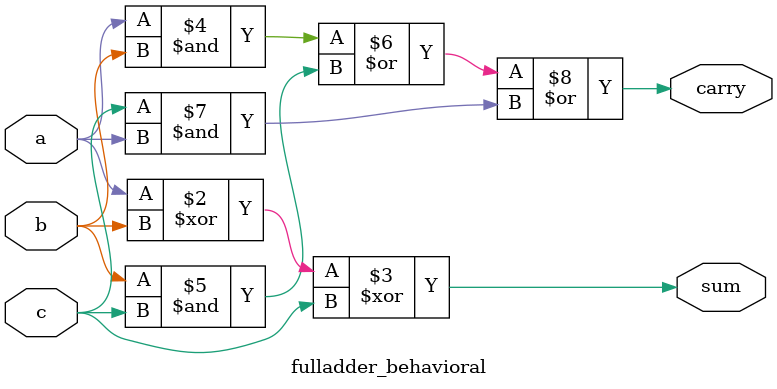
<source format=v>
module fulladder_gatelevel(input a, b, c, output sum, carry);
 wire n1, n2, n3, n4;
 xor(n4, a, b);
 xor(sum, n4, c);
 and(n1, a, b);
 and(n2, b, c);
 and(n3, c, a);
 or(carry, n1, n2, n3);
endmodule

module fulladder_dataflow(input a,b,c, output sum,carry);
 assign sum=a^b^c;
 assign carry = a & b|b&c|c&a;
endmodule

module fulladder_behavioral(input a, b, c, output reg sum, carry);
 always @(*)begin
	 sum = a ^ b^ c;
	 carry = a & b | b & c | c & a;
 end
 endmodule

</source>
